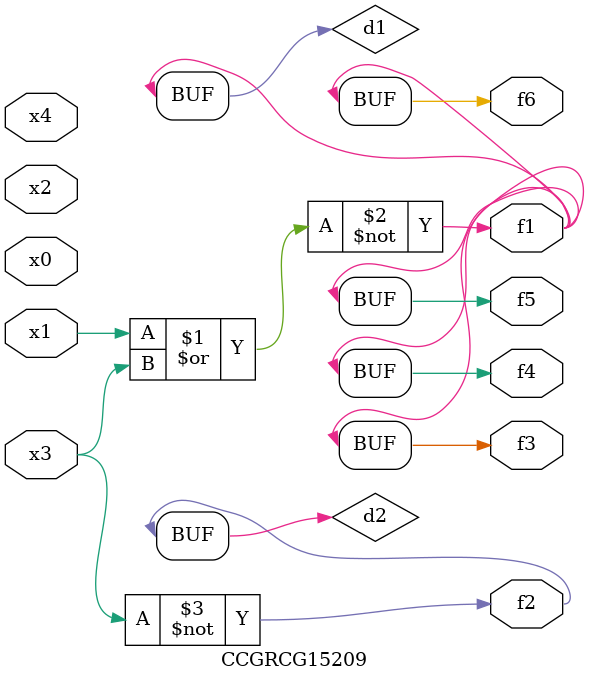
<source format=v>
module CCGRCG15209(
	input x0, x1, x2, x3, x4,
	output f1, f2, f3, f4, f5, f6
);

	wire d1, d2;

	nor (d1, x1, x3);
	not (d2, x3);
	assign f1 = d1;
	assign f2 = d2;
	assign f3 = d1;
	assign f4 = d1;
	assign f5 = d1;
	assign f6 = d1;
endmodule

</source>
